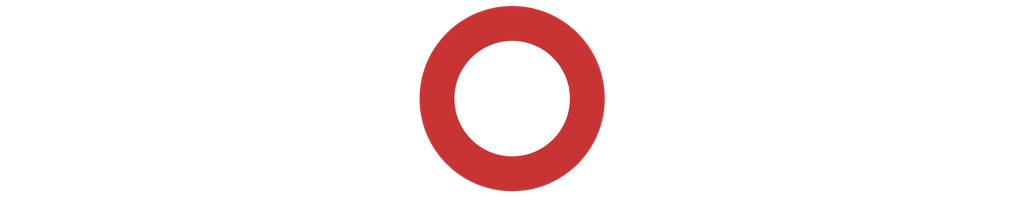
<source format=kicad_pcb>
(kicad_pcb (version 20240108) (generator pcbnew)
  (layers (0 "F.Cu" signal) (31 "B.Cu" signal) (34 "B.Paste" user) (35 "F.Paste" user) (36 "B.SilkS" user "B.Silkscreen") (37 "F.SilkS" user "F.Silkscreen") (38 "B.Mask" user) (39 "F.Mask" user) (44 "Edge.Cuts" user))
  (net 0 "")
  (footprint "MountingHole_5.3mm_M5_ISO14580_Pad_TopOnly" (layer "F.Cu") (at 0 0)
    (property "Reference" "REF**")
    (property "Value" "MountingHole_5.3mm_M5_ISO14580_Pad_TopOnly")
    (pad "1" thru_hole circle (at 0 0) (size 5.7 5.7) (drill 5.3) (layers *.Cu *.Mask) (remove_unused_layers))
    (pad "1" connect circle (at 0 0) (size 8.5 8.5) (layers "F.Cu" "F.Mask"))
  )
)
</source>
